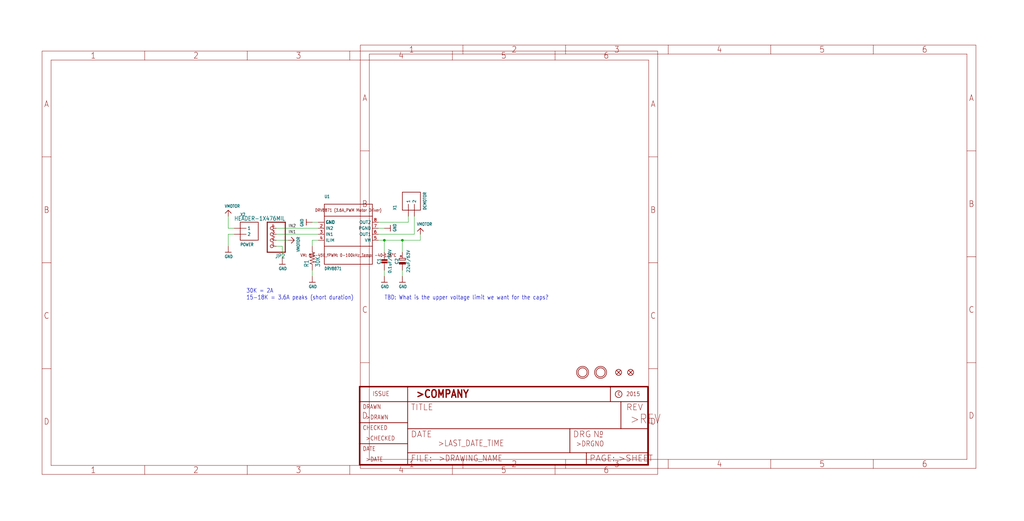
<source format=kicad_sch>
(kicad_sch (version 20211123) (generator eeschema)
  (paper "User" 433.07 220.421)
  (lib_symbols
    (symbol "schematicEagle-eagle-import:CAP_CERAMIC0805-NOOUTLINE"
      (property "Reference" "C" (at -2.29 1.25 90))
      (property "Value" "CAP_CERAMIC0805-NOOUTLINE" (at 2.3 1.25 90))
      (symbol "CAP_CERAMIC0805-NOOUTLINE_1_0"
        (rectangle (start -1.27 0.508) (end 1.27 1.016) (fill (type outline)))
        (rectangle (start -1.27 1.524) (end 1.27 2.032) (fill (type outline)))
        (polyline (pts (xy 0 0.762) (xy 0 0)) (stroke (width 0.1524)))
        (polyline (pts (xy 0 2.54) (xy 0 1.778)) (stroke (width 0.1524)))
        (pin passive line (at 0 5.08 270) (length 2.54) (name "1") (number "1"))
        (pin passive line (at 0 -2.54 90) (length 2.54) (name "2") (number "2"))
      )
    )
    (symbol "schematicEagle-eagle-import:CAP_ELECTROLYTICPANASONIC_D"
      (property "Reference" "C" (at -2.39 1.25 90))
      (property "Value" "CAP_ELECTROLYTICPANASONIC_D" (at 2.5 1.25 90))
      (symbol "CAP_ELECTROLYTICPANASONIC_D_1_0"
        (rectangle (start -1.397 0) (end 1.397 0.889) (fill (type outline)))
        (polyline (pts (xy -1.27 1.778) (xy -1.27 2.54)) (stroke (width 0.254)))
        (polyline (pts (xy -1.27 2.54) (xy 1.27 2.54)) (stroke (width 0.254)))
        (polyline (pts (xy -1.016 3.429) (xy -0.254 3.429)) (stroke (width 0.254)))
        (polyline (pts (xy -0.635 3.81) (xy -0.635 3.048)) (stroke (width 0.254)))
        (polyline (pts (xy 1.27 1.778) (xy -1.27 1.778)) (stroke (width 0.254)))
        (polyline (pts (xy 1.27 2.54) (xy 1.27 1.778)) (stroke (width 0.254)))
        (pin passive line (at 0 5.08 270) (length 2.54) (name "+") (number "+"))
        (pin passive line (at 0 -2.54 90) (length 2.54) (name "-") (number "-"))
      )
    )
    (symbol "schematicEagle-eagle-import:DRV8871"
      (property "Reference" "U" (at -10.16 15.24 0))
      (property "Value" "DRV8871" (at -10.16 -15.24 0))
      (symbol "DRV8871_1_0"
        (polyline (pts (xy -10.16 -12.7) (xy 10.16 -12.7)) (stroke (width 0.254)))
        (polyline (pts (xy -10.16 -5.08) (xy -10.16 -12.7)) (stroke (width 0.254)))
        (polyline (pts (xy -10.16 -5.08) (xy -10.16 7.62)) (stroke (width 0.254)))
        (polyline (pts (xy -10.16 7.62) (xy -10.16 12.7)) (stroke (width 0.254)))
        (polyline (pts (xy -10.16 7.62) (xy 10.16 7.62)) (stroke (width 0.254)))
        (polyline (pts (xy -10.16 12.7) (xy 10.16 12.7)) (stroke (width 0.254)))
        (polyline (pts (xy 10.16 -12.7) (xy 10.16 -5.08)) (stroke (width 0.254)))
        (polyline (pts (xy 10.16 -5.08) (xy -10.16 -5.08)) (stroke (width 0.254)))
        (polyline (pts (xy 10.16 7.62) (xy 10.16 -5.08)) (stroke (width 0.254)))
        (polyline (pts (xy 10.16 12.7) (xy 10.16 7.62)) (stroke (width 0.254)))
        (text "DRV8871 (3.6A_PWM Motor Driver)" (at 0 10.16 0) (effects (font (size 1.27 1.0795))))
        (text "VM: 6.5-45V_fPWM: 0-100kHz_Temp: -40~125°C" (at 0 -8.89 0) (effects (font (size 1.27 1.0795))))
        (pin power_in line (at -12.7 5.08 0) (length 2.54) (name "GND") (number "1"))
        (pin input line (at -12.7 2.54 0) (length 2.54) (name "IN2") (number "2"))
        (pin input line (at -12.7 0 0) (length 2.54) (name "IN1") (number "3"))
        (pin input line (at -12.7 -2.54 0) (length 2.54) (name "ILIM") (number "4"))
        (pin power_in line (at 12.7 -2.54 180) (length 2.54) (name "VM") (number "5"))
        (pin output line (at 12.7 0 180) (length 2.54) (name "OUT1") (number "6"))
        (pin power_in line (at 12.7 2.54 180) (length 2.54) (name "PGND") (number "7"))
        (pin output line (at 12.7 5.08 180) (length 2.54) (name "OUT2") (number "8"))
        (pin power_in line (at -12.7 5.08 0) (length 2.54) (name "GND") (number "GND"))
        (pin power_in line (at -12.7 5.08 0) (length 2.54) (name "GND") (number "P$1"))
        (pin power_in line (at -12.7 5.08 0) (length 2.54) (name "GND") (number "P$2"))
        (pin power_in line (at -12.7 5.08 0) (length 2.54) (name "GND") (number "P$3"))
        (pin power_in line (at -12.7 5.08 0) (length 2.54) (name "GND") (number "P$4"))
      )
    )
    (symbol "schematicEagle-eagle-import:FIDUCIAL{dblquote}{dblquote}"
      (symbol "FIDUCIAL{dblquote}{dblquote}_1_0"
        (polyline (pts (xy -0.762 0.762) (xy 0.762 -0.762)) (stroke (width 0.254)))
        (polyline (pts (xy 0.762 0.762) (xy -0.762 -0.762)) (stroke (width 0.254)))
        (circle (center 0 0) (radius 1.27) (stroke (width 0.254)))
      )
    )
    (symbol "schematicEagle-eagle-import:FLIPFLOP-RES"
      (property "Reference" "R" (at -3.81 1.4986 0))
      (property "Value" "FLIPFLOP-RES" (at -3.81 -3.302 0))
      (symbol "FLIPFLOP-RES_1_0"
        (polyline (pts (xy -2.54 0) (xy -2.159 1.016)) (stroke (width 0.2032)))
        (polyline (pts (xy -2.159 1.016) (xy -1.524 -1.016)) (stroke (width 0.2032)))
        (polyline (pts (xy -1.524 -1.016) (xy -0.889 1.016)) (stroke (width 0.2032)))
        (polyline (pts (xy -0.889 1.016) (xy -0.254 -1.016)) (stroke (width 0.2032)))
        (polyline (pts (xy -0.254 -1.016) (xy 0.381 1.016)) (stroke (width 0.2032)))
        (polyline (pts (xy 0.381 1.016) (xy 1.016 -1.016)) (stroke (width 0.2032)))
        (polyline (pts (xy 1.016 -1.016) (xy 1.651 1.016)) (stroke (width 0.2032)))
        (polyline (pts (xy 1.651 1.016) (xy 2.286 -1.016)) (stroke (width 0.2032)))
        (polyline (pts (xy 2.286 -1.016) (xy 2.54 0)) (stroke (width 0.2032)))
        (pin passive line (at -5.08 0 0) (length 2.54) (name "1") (number "1"))
        (pin passive line (at 5.08 0 180) (length 2.54) (name "2") (number "2"))
      )
    )
    (symbol "schematicEagle-eagle-import:FRAME_A4"
      (symbol "FRAME_A4_0_0"
        (polyline (pts (xy 0 44.7675) (xy 3.81 44.7675)))
        (polyline (pts (xy 0 89.535) (xy 3.81 89.535)))
        (polyline (pts (xy 0 134.3025) (xy 3.81 134.3025)))
        (polyline (pts (xy 3.81 3.81) (xy 3.81 175.26)))
        (polyline (pts (xy 43.3917 0) (xy 43.3917 3.81)))
        (polyline (pts (xy 43.3917 175.26) (xy 43.3917 179.07)))
        (polyline (pts (xy 86.7833 0) (xy 86.7833 3.81)))
        (polyline (pts (xy 86.7833 175.26) (xy 86.7833 179.07)))
        (polyline (pts (xy 130.175 0) (xy 130.175 3.81)))
        (polyline (pts (xy 130.175 175.26) (xy 130.175 179.07)))
        (polyline (pts (xy 173.5667 0) (xy 173.5667 3.81)))
        (polyline (pts (xy 173.5667 175.26) (xy 173.5667 179.07)))
        (polyline (pts (xy 216.9583 0) (xy 216.9583 3.81)))
        (polyline (pts (xy 216.9583 175.26) (xy 216.9583 179.07)))
        (polyline (pts (xy 256.54 3.81) (xy 3.81 3.81)))
        (polyline (pts (xy 256.54 3.81) (xy 256.54 175.26)))
        (polyline (pts (xy 256.54 44.7675) (xy 260.35 44.7675)))
        (polyline (pts (xy 256.54 89.535) (xy 260.35 89.535)))
        (polyline (pts (xy 256.54 134.3025) (xy 260.35 134.3025)))
        (polyline (pts (xy 256.54 175.26) (xy 3.81 175.26)))
        (polyline (pts (xy 0 0) (xy 260.35 0) (xy 260.35 179.07) (xy 0 179.07) (xy 0 0)))
        (text "1" (at 21.6958 1.905 0) (effects (font (size 2.54 2.286))))
        (text "1" (at 21.6958 177.165 0) (effects (font (size 2.54 2.286))))
        (text "2" (at 65.0875 1.905 0) (effects (font (size 2.54 2.286))))
        (text "2" (at 65.0875 177.165 0) (effects (font (size 2.54 2.286))))
        (text "3" (at 108.4792 1.905 0) (effects (font (size 2.54 2.286))))
        (text "3" (at 108.4792 177.165 0) (effects (font (size 2.54 2.286))))
        (text "4" (at 151.8708 1.905 0) (effects (font (size 2.54 2.286))))
        (text "4" (at 151.8708 177.165 0) (effects (font (size 2.54 2.286))))
        (text "5" (at 195.2625 1.905 0) (effects (font (size 2.54 2.286))))
        (text "5" (at 195.2625 177.165 0) (effects (font (size 2.54 2.286))))
        (text "6" (at 238.6542 1.905 0) (effects (font (size 2.54 2.286))))
        (text "6" (at 238.6542 177.165 0) (effects (font (size 2.54 2.286))))
        (text "A" (at 1.905 156.6863 0) (effects (font (size 2.54 2.286))))
        (text "A" (at 258.445 156.6863 0) (effects (font (size 2.54 2.286))))
        (text "B" (at 1.905 111.9188 0) (effects (font (size 2.54 2.286))))
        (text "B" (at 258.445 111.9188 0) (effects (font (size 2.54 2.286))))
        (text "C" (at 1.905 67.1513 0) (effects (font (size 2.54 2.286))))
        (text "C" (at 258.445 67.1513 0) (effects (font (size 2.54 2.286))))
        (text "D" (at 1.905 22.3838 0) (effects (font (size 2.54 2.286))))
        (text "D" (at 258.445 22.3838 0) (effects (font (size 2.54 2.286))))
      )
      (symbol "FRAME_A4_1_0"
        (polyline (pts (xy 256.54 3.81) (xy 256.54 8.89)) (stroke (width 0.1016)))
        (polyline (pts (xy 256.54 8.89) (xy 256.54 13.97)) (stroke (width 0.1016)))
        (polyline (pts (xy 256.54 13.97) (xy 256.54 19.05)) (stroke (width 0.1016)))
        (polyline (pts (xy 256.54 19.05) (xy 256.54 36.83)) (stroke (width 0.1016)))
      )
      (symbol "FRAME_A4_2_0"
        (polyline (pts (xy -0.3048 1.5748) (xy 20.0152 1.5748)) (stroke (width 0.6096)))
        (polyline (pts (xy -0.3048 10.4648) (xy -0.3048 1.5748)) (stroke (width 0.6096)))
        (polyline (pts (xy -0.3048 10.4648) (xy 20.0152 10.4648)) (stroke (width 0.3048)))
        (polyline (pts (xy -0.3048 19.3548) (xy -0.3048 10.4648)) (stroke (width 0.6096)))
        (polyline (pts (xy -0.3048 19.3548) (xy 20.0152 19.3548)) (stroke (width 0.3048)))
        (polyline (pts (xy -0.3048 28.2448) (xy -0.3048 19.3548)) (stroke (width 0.6096)))
        (polyline (pts (xy -0.3048 28.2448) (xy 20.0152 28.2448)) (stroke (width 0.3048)))
        (polyline (pts (xy -0.3048 34.5948) (xy -0.3048 28.2448)) (stroke (width 0.6096)))
        (polyline (pts (xy 20.0152 1.5748) (xy 20.0152 6.6548)) (stroke (width 0.3048)))
        (polyline (pts (xy 20.0152 1.5748) (xy 95.5802 1.5748)) (stroke (width 0.6096)))
        (polyline (pts (xy 20.0152 6.6548) (xy 20.0152 10.4648)) (stroke (width 0.3048)))
        (polyline (pts (xy 20.0152 6.6548) (xy 88.5952 6.6548)) (stroke (width 0.3048)))
        (polyline (pts (xy 20.0152 10.4648) (xy 20.0152 16.8148)) (stroke (width 0.3048)))
        (polyline (pts (xy 20.0152 16.8148) (xy 20.0152 19.3548)) (stroke (width 0.3048)))
        (polyline (pts (xy 20.0152 19.3548) (xy 20.0152 28.2448)) (stroke (width 0.3048)))
        (polyline (pts (xy 20.0152 28.2448) (xy 20.0152 34.5948)) (stroke (width 0.3048)))
        (polyline (pts (xy 20.0152 28.2448) (xy 105.7402 28.2448)) (stroke (width 0.3048)))
        (polyline (pts (xy 20.0152 34.5948) (xy -0.3048 34.5948)) (stroke (width 0.6096)))
        (polyline (pts (xy 88.5952 6.6548) (xy 95.5802 6.6548)) (stroke (width 0.3048)))
        (polyline (pts (xy 88.5952 16.8148) (xy 20.0152 16.8148)) (stroke (width 0.3048)))
        (polyline (pts (xy 88.5952 16.8148) (xy 88.5952 6.6548)) (stroke (width 0.3048)))
        (polyline (pts (xy 95.5802 1.5748) (xy 121.6152 1.5748)) (stroke (width 0.6096)))
        (polyline (pts (xy 95.5802 6.6548) (xy 95.5802 1.5748)) (stroke (width 0.3048)))
        (polyline (pts (xy 95.5802 6.6548) (xy 121.6152 6.6548)) (stroke (width 0.3048)))
        (polyline (pts (xy 101.2952 13.3223) (xy 102.2477 13.3223)) (stroke (width 0.254)))
        (polyline (pts (xy 105.7402 28.2448) (xy 105.7402 34.5948)) (stroke (width 0.3048)))
        (polyline (pts (xy 105.7402 28.2448) (xy 110.1852 28.2448)) (stroke (width 0.3048)))
        (polyline (pts (xy 105.7402 34.5948) (xy 20.0152 34.5948)) (stroke (width 0.6096)))
        (polyline (pts (xy 110.1852 16.8148) (xy 88.5952 16.8148)) (stroke (width 0.3048)))
        (polyline (pts (xy 110.1852 28.2448) (xy 110.1852 16.8148)) (stroke (width 0.3048)))
        (polyline (pts (xy 110.1852 28.2448) (xy 121.6152 28.2448)) (stroke (width 0.3048)))
        (polyline (pts (xy 121.6152 6.6548) (xy 121.6152 1.5748)) (stroke (width 0.6096)))
        (polyline (pts (xy 121.6152 16.8148) (xy 110.1852 16.8148)) (stroke (width 0.3048)))
        (polyline (pts (xy 121.6152 16.8148) (xy 121.6152 6.6548)) (stroke (width 0.6096)))
        (polyline (pts (xy 121.6152 28.2448) (xy 121.6152 16.8148)) (stroke (width 0.6096)))
        (polyline (pts (xy 121.6152 34.5948) (xy 105.7402 34.5948)) (stroke (width 0.6096)))
        (polyline (pts (xy 121.6152 34.5948) (xy 121.6152 28.2448)) (stroke (width 0.6096)))
        (circle (center 109.2327 31.4198) (radius 1.4199) (stroke (width 0.254)))
        (text "2015" (at 112.4077 30.4673 0) (effects (font (size 1.778 1.5113)) (justify left bottom)))
        (text ">CHECKED" (at 2.2352 11.7348 0) (effects (font (size 1.778 1.5113)) (justify left bottom)))
        (text ">COMPANY" (at 23.349 29.6735 0) (effects (font (size 3.175 2.6987) (thickness 0.5397) bold) (justify left bottom)))
        (text ">DATE" (at 2.2352 2.8448 0) (effects (font (size 1.778 1.5113)) (justify left bottom)))
        (text ">DRAWING_NAME" (at 33.0327 2.8448 0) (effects (font (size 2.54 2.159)) (justify left bottom)))
        (text ">DRAWN" (at 2.2352 20.6248 0) (effects (font (size 1.778 1.5113)) (justify left bottom)))
        (text ">DRGNO" (at 91.1352 9.1948 0) (effects (font (size 2.1844 1.8567)) (justify left bottom)))
        (text ">LAST_DATE_TIME" (at 32.7152 9.1948 0) (effects (font (size 2.54 2.159)) (justify left bottom)))
        (text ">REV" (at 113.9952 18.7198 0) (effects (font (size 3.81 3.2385)) (justify left bottom)))
        (text ">SHEET" (at 108.9152 2.8448 0) (effects (font (size 2.54 2.54)) (justify left bottom)))
        (text "C" (at 108.7564 30.7848 0) (effects (font (size 1.27 1.0795)) (justify left bottom)))
        (text "CHECKED" (at 0.9652 16.1798 0) (effects (font (size 1.778 1.5113)) (justify left bottom)))
        (text "DATE" (at 0.9652 7.2898 0) (effects (font (size 1.778 1.5113)) (justify left bottom)))
        (text "DATE" (at 21.2852 13.0048 0) (effects (font (size 2.54 2.54)) (justify left bottom)))
        (text "DRAWN" (at 0.9652 25.0698 0) (effects (font (size 1.778 1.5113)) (justify left bottom)))
        (text "DRG" (at 89.8652 13.0048 0) (effects (font (size 2.54 2.54)) (justify left bottom)))
        (text "FILE:" (at 21.2852 2.8448 0) (effects (font (size 2.54 2.54)) (justify left bottom)))
        (text "ISSUE" (at 5.0927 30.4673 0) (effects (font (size 1.9304 1.6408)) (justify left bottom)))
        (text "N" (at 98.4377 13.0048 0) (effects (font (size 2.54 2.54)) (justify left bottom)))
        (text "o" (at 100.9777 13.9573 0) (effects (font (size 2.1844 1.8567)) (justify left bottom)))
        (text "PAGE:" (at 96.8502 2.8448 0) (effects (font (size 2.54 2.54)) (justify left bottom)))
        (text "REV" (at 112.4077 24.4348 0) (effects (font (size 2.54 2.54)) (justify left bottom)))
        (text "TITLE" (at 21.2852 24.4348 0) (effects (font (size 2.54 2.54)) (justify left bottom)))
      )
    )
    (symbol "schematicEagle-eagle-import:GND" (power)
      (property "Value" "GND" (at -1.524 -2.54 0))
      (symbol "GND_1_0"
        (polyline (pts (xy -1.27 0) (xy 1.27 0)) (stroke (width 0.254)))
        (pin power_in line (at 0 2.54 270) (length 2.54) (name "GND") (number "1"))
      )
    )
    (symbol "schematicEagle-eagle-import:HEADER-1X476MIL"
      (property "Reference" "JP" (at -6.35 8.255 0))
      (property "Value" "HEADER-1X476MIL" (at -6.35 -7.62 0))
      (symbol "HEADER-1X476MIL_1_0"
        (polyline (pts (xy -6.35 -5.08) (xy 1.27 -5.08)) (stroke (width 0.4064)))
        (polyline (pts (xy -6.35 7.62) (xy -6.35 -5.08)) (stroke (width 0.4064)))
        (polyline (pts (xy 1.27 -5.08) (xy 1.27 7.62)) (stroke (width 0.4064)))
        (polyline (pts (xy 1.27 7.62) (xy -6.35 7.62)) (stroke (width 0.4064)))
        (pin passive inverted (at -2.54 5.08 0) (length 2.54) (name "1") (number "1"))
        (pin passive inverted (at -2.54 2.54 0) (length 2.54) (name "2") (number "2"))
        (pin passive inverted (at -2.54 0 0) (length 2.54) (name "3") (number "3"))
        (pin passive inverted (at -2.54 -2.54 0) (length 2.54) (name "4") (number "4"))
      )
    )
    (symbol "schematicEagle-eagle-import:MOUNTINGHOLE2.5"
      (symbol "MOUNTINGHOLE2.5_1_0"
        (circle (center 0 0) (radius 1.905) (stroke (width 0.254)))
        (circle (center 0 0) (radius 2.54) (stroke (width 0.254)))
      )
    )
    (symbol "schematicEagle-eagle-import:TERMBLOCK_1X2"
      (property "Reference" "X" (at -2.54 7.62 0))
      (property "Value" "TERMBLOCK_1X2" (at -2.54 -5.08 0))
      (symbol "TERMBLOCK_1X2_1_0"
        (polyline (pts (xy -2.54 -2.54) (xy 5.08 -2.54)) (stroke (width 0.254)))
        (polyline (pts (xy -2.54 5.08) (xy -2.54 -2.54)) (stroke (width 0.254)))
        (polyline (pts (xy 5.08 -2.54) (xy 5.08 5.08)) (stroke (width 0.254)))
        (polyline (pts (xy 5.08 5.08) (xy -2.54 5.08)) (stroke (width 0.254)))
        (pin passive line (at -5.08 2.54 0) (length 5.08) (name "1") (number "1"))
        (pin passive line (at -5.08 0 0) (length 5.08) (name "2") (number "2"))
      )
    )
    (symbol "schematicEagle-eagle-import:VMOTOR" (power)
      (property "Value" "VMOTOR" (at -1.524 1.016 0))
      (symbol "VMOTOR_1_0"
        (polyline (pts (xy -1.27 -1.27) (xy 0 0)) (stroke (width 0.254)))
        (polyline (pts (xy 0 0) (xy 1.27 -1.27)) (stroke (width 0.254)))
        (pin power_in line (at 0 -2.54 90) (length 2.54) (name "VMOTOR") (number "1"))
      )
    )
  )
  (junction (at 162.56 101.6))
  (junction (at 170.18 101.6))
  (wire (pts (xy 134.62 101.6) (xy 132.08 101.6)))
  (wire (pts (xy 162.56 101.6) (xy 170.18 101.6)))
  (wire (pts (xy 99.06 99.06) (xy 96.52 99.06)))
  (wire (pts (xy 116.84 101.6) (xy 121.92 101.6)))
  (wire (pts (xy 134.62 96.52) (xy 116.84 96.52)))
  (wire (pts (xy 170.18 114.3) (xy 170.18 116.84)))
  (wire (pts (xy 162.56 106.68) (xy 162.56 101.6)))
  (wire (pts (xy 160.02 101.6) (xy 162.56 101.6)))
  (wire (pts (xy 162.56 114.3) (xy 162.56 116.84)))
  (wire (pts (xy 160.02 93.98) (xy 172.72 93.98)))
  (wire (pts (xy 170.18 101.6) (xy 170.18 106.68)))
  (wire (pts (xy 132.08 101.6) (xy 132.08 104.14)))
  (wire (pts (xy 170.18 101.6) (xy 177.8 101.6)))
  (wire (pts (xy 177.8 101.6) (xy 177.8 99.06)))
  (wire (pts (xy 116.84 104.14) (xy 119.38 104.14)))
  (wire (pts (xy 134.62 93.98) (xy 132.08 93.98)))
  (wire (pts (xy 160.02 96.52) (xy 162.56 96.52)))
  (wire (pts (xy 172.72 93.98) (xy 172.72 91.44)))
  (wire (pts (xy 132.08 114.3) (xy 132.08 116.84)))
  (wire (pts (xy 96.52 96.52) (xy 96.52 91.44)))
  (wire (pts (xy 160.02 99.06) (xy 175.26 99.06)))
  (wire (pts (xy 119.38 104.14) (xy 119.38 109.22)))
  (wire (pts (xy 96.52 99.06) (xy 96.52 104.14)))
  (wire (pts (xy 99.06 96.52) (xy 96.52 96.52)))
  (wire (pts (xy 134.62 99.06) (xy 116.84 99.06)))
  (wire (pts (xy 175.26 99.06) (xy 175.26 91.44)))
  (text "30K = 2A\n15-18K = 3.6A peaks (short duration~{})" (at 104.14 127 180) (effects (font (size 1.778 1.5113)) (justify left bottom)))
  (text "TBD: What is the upper voltage limit we want for the caps?" (at 162.56 127 0) (effects (font (size 1.778 1.5113)) (justify left bottom)))
  (label "IN2" (at 121.92 96.52 0) (effects (font (size 1.2446 1.2446))))
  (label "IN1" (at 121.92 99.06 0) (effects (font (size 1.2446 1.2446))))
  (symbol (lib_id "schematicEagle-eagle-import:MOUNTINGHOLE2.5") (at 246.38 157.48 0) (unit 1)
    (property "Reference" "U$10" (effects hide))
    (property "Value" "MOUNTINGHOLE2.5" (effects hide))
    (property "Footprint" "schematicEagle:MOUNTINGHOLE_2.5_PLATED" (effects hide))
  )
  (symbol (lib_id "schematicEagle-eagle-import:GND") (at 162.56 119.38 0) (unit 1)
    (property "Reference" "#U$1" (effects hide))
    (property "Value" "GND" (at 161.036 121.92 0) (effects (font (size 1.27 1.0795)) (justify left bottom)))
    (property "Footprint" "schematicEagle:" (effects hide))
  )
  (symbol (lib_id "schematicEagle-eagle-import:TERMBLOCK_1X2") (at 104.14 99.06 0) (unit 1)
    (property "Reference" "X2" (at 101.6 91.44 0) (effects (font (size 1.27 1.0795)) (justify left bottom)))
    (property "Value" "POWER" (at 101.6 104.14 0) (effects (font (size 1.27 1.0795)) (justify left bottom)))
    (property "Footprint" "schematicEagle:TERMBLOCK_1X2-3.5MM" (effects hide))
  )
  (symbol (lib_id "schematicEagle-eagle-import:GND") (at 129.54 93.98 270) (unit 1)
    (property "Reference" "#U$3" (effects hide))
    (property "Value" "GND" (at 127 92.456 0) (effects (font (size 1.27 1.0795)) (justify left bottom)))
    (property "Footprint" "schematicEagle:" (effects hide))
  )
  (symbol (lib_id "schematicEagle-eagle-import:FRAME_A4") (at 152.4 198.12 0) (unit 2)
    (property "Reference" "#FRAME1" (effects hide))
    (property "Value" "FRAME_A4" (effects hide))
    (property "Footprint" "schematicEagle:" (effects hide))
  )
  (symbol (lib_id "schematicEagle-eagle-import:VMOTOR") (at 124.46 101.6 270) (unit 1)
    (property "Reference" "#U$16" (effects hide))
    (property "Value" "VMOTOR" (at 125.476 100.076 0) (effects (font (size 1.27 1.0795)) (justify left bottom)))
    (property "Footprint" "schematicEagle:" (effects hide))
  )
  (symbol (lib_id "schematicEagle-eagle-import:GND") (at 119.38 111.76 0) (unit 1)
    (property "Reference" "#U$13" (effects hide))
    (property "Value" "GND" (at 117.856 114.3 0) (effects (font (size 1.27 1.0795)) (justify left bottom)))
    (property "Footprint" "schematicEagle:" (effects hide))
  )
  (symbol (lib_id "schematicEagle-eagle-import:GND") (at 165.1 96.52 90) (unit 1)
    (property "Reference" "#U$4" (effects hide))
    (property "Value" "GND" (at 167.64 98.044 0) (effects (font (size 1.27 1.0795)) (justify left bottom)))
    (property "Footprint" "schematicEagle:" (effects hide))
  )
  (symbol (lib_id "schematicEagle-eagle-import:FLIPFLOP-RES") (at 132.08 109.22 90) (unit 1)
    (property "Reference" "R1" (at 130.5814 113.03 0) (effects (font (size 1.778 1.5113)) (justify left bottom)))
    (property "Value" "30K" (at 135.382 113.03 0) (effects (font (size 1.778 1.5113)) (justify left bottom)))
    (property "Footprint" "schematicEagle:0805-THM" (effects hide))
  )
  (symbol (lib_id "schematicEagle-eagle-import:MOUNTINGHOLE2.5") (at 254 157.48 0) (unit 1)
    (property "Reference" "U$9" (effects hide))
    (property "Value" "MOUNTINGHOLE2.5" (effects hide))
    (property "Footprint" "schematicEagle:MOUNTINGHOLE_2.5_PLATED" (effects hide))
  )
  (symbol (lib_id "schematicEagle-eagle-import:VMOTOR") (at 96.52 88.9 0) (unit 1)
    (property "Reference" "#U$7" (effects hide))
    (property "Value" "VMOTOR" (at 94.996 87.884 0) (effects (font (size 1.27 1.0795)) (justify left bottom)))
    (property "Footprint" "schematicEagle:" (effects hide))
  )
  (symbol (lib_id "schematicEagle-eagle-import:GND") (at 96.52 106.68 0) (unit 1)
    (property "Reference" "#U$8" (effects hide))
    (property "Value" "GND" (at 94.996 109.22 0) (effects (font (size 1.27 1.0795)) (justify left bottom)))
    (property "Footprint" "schematicEagle:" (effects hide))
  )
  (symbol (lib_id "schematicEagle-eagle-import:GND") (at 132.08 119.38 0) (unit 1)
    (property "Reference" "#U$5" (effects hide))
    (property "Value" "GND" (at 130.556 121.92 0) (effects (font (size 1.27 1.0795)) (justify left bottom)))
    (property "Footprint" "schematicEagle:" (effects hide))
  )
  (symbol (lib_id "schematicEagle-eagle-import:HEADER-1X476MIL") (at 114.3 99.06 180) (unit 1)
    (property "Reference" "JP2" (at 120.65 107.315 0) (effects (font (size 1.778 1.5113)) (justify left bottom)))
    (property "Value" "HEADER-1X476MIL" (at 120.65 91.44 0) (effects (font (size 1.778 1.5113)) (justify left bottom)))
    (property "Footprint" "schematicEagle:1X04_ROUND_76" (effects hide))
  )
  (symbol (lib_id "schematicEagle-eagle-import:VMOTOR") (at 177.8 96.52 0) (unit 1)
    (property "Reference" "#U$6" (effects hide))
    (property "Value" "VMOTOR" (at 176.276 95.504 0) (effects (font (size 1.27 1.0795)) (justify left bottom)))
    (property "Footprint" "schematicEagle:" (effects hide))
  )
  (symbol (lib_id "schematicEagle-eagle-import:CAP_CERAMIC0805-NOOUTLINE") (at 162.56 111.76 0) (unit 1)
    (property "Reference" "C1" (at 160.27 110.51 90))
    (property "Value" "0.1uF/50V" (at 164.86 110.51 90))
    (property "Footprint" "schematicEagle:0805-NO" (effects hide))
  )
  (symbol (lib_id "schematicEagle-eagle-import:FRAME_A4") (at 17.78 200.66 0) (unit 1)
    (property "Reference" "#FRAME1" (effects hide))
    (property "Value" "FRAME_A4" (effects hide))
    (property "Footprint" "schematicEagle:" (effects hide))
  )
  (symbol (lib_id "schematicEagle-eagle-import:FIDUCIAL{dblquote}{dblquote}") (at 261.62 157.48 0) (unit 1)
    (property "Reference" "FID2" (effects hide))
    (property "Value" "FIDUCIAL{dblquote}{dblquote}" (effects hide))
    (property "Footprint" "schematicEagle:FIDUCIAL_1MM" (effects hide))
  )
  (symbol (lib_id "schematicEagle-eagle-import:GND") (at 170.18 119.38 0) (unit 1)
    (property "Reference" "#U$2" (effects hide))
    (property "Value" "GND" (at 168.656 121.92 0) (effects (font (size 1.27 1.0795)) (justify left bottom)))
    (property "Footprint" "schematicEagle:" (effects hide))
  )
  (symbol (lib_id "schematicEagle-eagle-import:CAP_ELECTROLYTICPANASONIC_D") (at 170.18 111.76 0) (unit 1)
    (property "Reference" "C2" (at 167.79 110.51 90))
    (property "Value" "22uF/63V" (at 172.68 110.51 90))
    (property "Footprint" "schematicEagle:PANASONIC_D" (effects hide))
  )
  (symbol (lib_id "schematicEagle-eagle-import:DRV8871") (at 147.32 99.06 0) (unit 1)
    (property "Reference" "U1" (at 137.16 83.82 0) (effects (font (size 1.27 1.0795)) (justify left bottom)))
    (property "Value" "DRV8871" (at 137.16 114.3 0) (effects (font (size 1.27 1.0795)) (justify left bottom)))
    (property "Footprint" "schematicEagle:HSOP8" (effects hide))
  )
  (symbol (lib_id "schematicEagle-eagle-import:TERMBLOCK_1X2") (at 175.26 86.36 90) (unit 1)
    (property "Reference" "X1" (at 167.64 88.9 0) (effects (font (size 1.27 1.0795)) (justify left bottom)))
    (property "Value" "DCMOTOR" (at 180.34 88.9 0) (effects (font (size 1.27 1.0795)) (justify left bottom)))
    (property "Footprint" "schematicEagle:TERMBLOCK_1X2-3.5MM" (effects hide))
  )
  (symbol (lib_id "schematicEagle-eagle-import:FIDUCIAL{dblquote}{dblquote}") (at 266.7 157.48 0) (unit 1)
    (property "Reference" "FID1" (effects hide))
    (property "Value" "FIDUCIAL{dblquote}{dblquote}" (effects hide))
    (property "Footprint" "schematicEagle:FIDUCIAL_1MM" (effects hide))
  )
)
</source>
